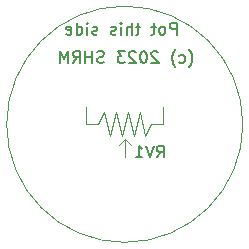
<source format=gbr>
%TF.GenerationSoftware,KiCad,Pcbnew,(6.0.8-1)-1*%
%TF.CreationDate,2024-01-05T14:00:27-06:00*%
%TF.ProjectId,Vishay 357 Pot Amplifier,56697368-6179-4203-9335-3720506f7420,rev?*%
%TF.SameCoordinates,Original*%
%TF.FileFunction,Legend,Bot*%
%TF.FilePolarity,Positive*%
%FSLAX46Y46*%
G04 Gerber Fmt 4.6, Leading zero omitted, Abs format (unit mm)*
G04 Created by KiCad (PCBNEW (6.0.8-1)-1) date 2024-01-05 14:00:27*
%MOMM*%
%LPD*%
G01*
G04 APERTURE LIST*
%ADD10C,0.155000*%
%ADD11C,0.150000*%
%ADD12C,0.120000*%
G04 APERTURE END LIST*
D10*
X148409523Y-98333333D02*
X148457142Y-98285714D01*
X148552380Y-98142857D01*
X148600000Y-98047619D01*
X148647619Y-97904761D01*
X148695238Y-97666666D01*
X148695238Y-97476190D01*
X148647619Y-97238095D01*
X148600000Y-97095238D01*
X148552380Y-97000000D01*
X148457142Y-96857142D01*
X148409523Y-96809523D01*
X147600000Y-97904761D02*
X147695238Y-97952380D01*
X147885714Y-97952380D01*
X147980952Y-97904761D01*
X148028571Y-97857142D01*
X148076190Y-97761904D01*
X148076190Y-97476190D01*
X148028571Y-97380952D01*
X147980952Y-97333333D01*
X147885714Y-97285714D01*
X147695238Y-97285714D01*
X147600000Y-97333333D01*
X147266666Y-98333333D02*
X147219047Y-98285714D01*
X147123809Y-98142857D01*
X147076190Y-98047619D01*
X147028571Y-97904761D01*
X146980952Y-97666666D01*
X146980952Y-97476190D01*
X147028571Y-97238095D01*
X147076190Y-97095238D01*
X147123809Y-97000000D01*
X147219047Y-96857142D01*
X147266666Y-96809523D01*
X145790476Y-97047619D02*
X145742857Y-97000000D01*
X145647619Y-96952380D01*
X145409523Y-96952380D01*
X145314285Y-97000000D01*
X145266666Y-97047619D01*
X145219047Y-97142857D01*
X145219047Y-97238095D01*
X145266666Y-97380952D01*
X145838095Y-97952380D01*
X145219047Y-97952380D01*
X144600000Y-96952380D02*
X144504761Y-96952380D01*
X144409523Y-97000000D01*
X144361904Y-97047619D01*
X144314285Y-97142857D01*
X144266666Y-97333333D01*
X144266666Y-97571428D01*
X144314285Y-97761904D01*
X144361904Y-97857142D01*
X144409523Y-97904761D01*
X144504761Y-97952380D01*
X144600000Y-97952380D01*
X144695238Y-97904761D01*
X144742857Y-97857142D01*
X144790476Y-97761904D01*
X144838095Y-97571428D01*
X144838095Y-97333333D01*
X144790476Y-97142857D01*
X144742857Y-97047619D01*
X144695238Y-97000000D01*
X144600000Y-96952380D01*
X143885714Y-97047619D02*
X143838095Y-97000000D01*
X143742857Y-96952380D01*
X143504761Y-96952380D01*
X143409523Y-97000000D01*
X143361904Y-97047619D01*
X143314285Y-97142857D01*
X143314285Y-97238095D01*
X143361904Y-97380952D01*
X143933333Y-97952380D01*
X143314285Y-97952380D01*
X142980952Y-96952380D02*
X142361904Y-96952380D01*
X142695238Y-97333333D01*
X142552380Y-97333333D01*
X142457142Y-97380952D01*
X142409523Y-97428571D01*
X142361904Y-97523809D01*
X142361904Y-97761904D01*
X142409523Y-97857142D01*
X142457142Y-97904761D01*
X142552380Y-97952380D01*
X142838095Y-97952380D01*
X142933333Y-97904761D01*
X142980952Y-97857142D01*
X141219047Y-97904761D02*
X141076190Y-97952380D01*
X140838095Y-97952380D01*
X140742857Y-97904761D01*
X140695238Y-97857142D01*
X140647619Y-97761904D01*
X140647619Y-97666666D01*
X140695238Y-97571428D01*
X140742857Y-97523809D01*
X140838095Y-97476190D01*
X141028571Y-97428571D01*
X141123809Y-97380952D01*
X141171428Y-97333333D01*
X141219047Y-97238095D01*
X141219047Y-97142857D01*
X141171428Y-97047619D01*
X141123809Y-97000000D01*
X141028571Y-96952380D01*
X140790476Y-96952380D01*
X140647619Y-97000000D01*
X140219047Y-97952380D02*
X140219047Y-96952380D01*
X140219047Y-97428571D02*
X139647619Y-97428571D01*
X139647619Y-97952380D02*
X139647619Y-96952380D01*
X138600000Y-97952380D02*
X138933333Y-97476190D01*
X139171428Y-97952380D02*
X139171428Y-96952380D01*
X138790476Y-96952380D01*
X138695238Y-97000000D01*
X138647619Y-97047619D01*
X138600000Y-97142857D01*
X138600000Y-97285714D01*
X138647619Y-97380952D01*
X138695238Y-97428571D01*
X138790476Y-97476190D01*
X139171428Y-97476190D01*
X138171428Y-97952380D02*
X138171428Y-96952380D01*
X137838095Y-97666666D01*
X137504761Y-96952380D01*
X137504761Y-97952380D01*
X147366666Y-95552380D02*
X147366666Y-94552380D01*
X146985714Y-94552380D01*
X146890476Y-94600000D01*
X146842857Y-94647619D01*
X146795238Y-94742857D01*
X146795238Y-94885714D01*
X146842857Y-94980952D01*
X146890476Y-95028571D01*
X146985714Y-95076190D01*
X147366666Y-95076190D01*
X146223809Y-95552380D02*
X146319047Y-95504761D01*
X146366666Y-95457142D01*
X146414285Y-95361904D01*
X146414285Y-95076190D01*
X146366666Y-94980952D01*
X146319047Y-94933333D01*
X146223809Y-94885714D01*
X146080952Y-94885714D01*
X145985714Y-94933333D01*
X145938095Y-94980952D01*
X145890476Y-95076190D01*
X145890476Y-95361904D01*
X145938095Y-95457142D01*
X145985714Y-95504761D01*
X146080952Y-95552380D01*
X146223809Y-95552380D01*
X145604761Y-94885714D02*
X145223809Y-94885714D01*
X145461904Y-94552380D02*
X145461904Y-95409523D01*
X145414285Y-95504761D01*
X145319047Y-95552380D01*
X145223809Y-95552380D01*
X144271428Y-94885714D02*
X143890476Y-94885714D01*
X144128571Y-94552380D02*
X144128571Y-95409523D01*
X144080952Y-95504761D01*
X143985714Y-95552380D01*
X143890476Y-95552380D01*
X143557142Y-95552380D02*
X143557142Y-94552380D01*
X143128571Y-95552380D02*
X143128571Y-95028571D01*
X143176190Y-94933333D01*
X143271428Y-94885714D01*
X143414285Y-94885714D01*
X143509523Y-94933333D01*
X143557142Y-94980952D01*
X142652380Y-95552380D02*
X142652380Y-94885714D01*
X142652380Y-94552380D02*
X142700000Y-94600000D01*
X142652380Y-94647619D01*
X142604761Y-94600000D01*
X142652380Y-94552380D01*
X142652380Y-94647619D01*
X142223809Y-95504761D02*
X142128571Y-95552380D01*
X141938095Y-95552380D01*
X141842857Y-95504761D01*
X141795238Y-95409523D01*
X141795238Y-95361904D01*
X141842857Y-95266666D01*
X141938095Y-95219047D01*
X142080952Y-95219047D01*
X142176190Y-95171428D01*
X142223809Y-95076190D01*
X142223809Y-95028571D01*
X142176190Y-94933333D01*
X142080952Y-94885714D01*
X141938095Y-94885714D01*
X141842857Y-94933333D01*
X140652380Y-95504761D02*
X140557142Y-95552380D01*
X140366666Y-95552380D01*
X140271428Y-95504761D01*
X140223809Y-95409523D01*
X140223809Y-95361904D01*
X140271428Y-95266666D01*
X140366666Y-95219047D01*
X140509523Y-95219047D01*
X140604761Y-95171428D01*
X140652380Y-95076190D01*
X140652380Y-95028571D01*
X140604761Y-94933333D01*
X140509523Y-94885714D01*
X140366666Y-94885714D01*
X140271428Y-94933333D01*
X139795238Y-95552380D02*
X139795238Y-94885714D01*
X139795238Y-94552380D02*
X139842857Y-94600000D01*
X139795238Y-94647619D01*
X139747619Y-94600000D01*
X139795238Y-94552380D01*
X139795238Y-94647619D01*
X138890476Y-95552380D02*
X138890476Y-94552380D01*
X138890476Y-95504761D02*
X138985714Y-95552380D01*
X139176190Y-95552380D01*
X139271428Y-95504761D01*
X139319047Y-95457142D01*
X139366666Y-95361904D01*
X139366666Y-95076190D01*
X139319047Y-94980952D01*
X139271428Y-94933333D01*
X139176190Y-94885714D01*
X138985714Y-94885714D01*
X138890476Y-94933333D01*
X138033333Y-95504761D02*
X138128571Y-95552380D01*
X138319047Y-95552380D01*
X138414285Y-95504761D01*
X138461904Y-95409523D01*
X138461904Y-95028571D01*
X138414285Y-94933333D01*
X138319047Y-94885714D01*
X138128571Y-94885714D01*
X138033333Y-94933333D01*
X137985714Y-95028571D01*
X137985714Y-95123809D01*
X138461904Y-95219047D01*
D11*
%TO.C,RV1*%
X145695238Y-105952380D02*
X146028571Y-105476190D01*
X146266666Y-105952380D02*
X146266666Y-104952380D01*
X145885714Y-104952380D01*
X145790476Y-105000000D01*
X145742857Y-105047619D01*
X145695238Y-105142857D01*
X145695238Y-105285714D01*
X145742857Y-105380952D01*
X145790476Y-105428571D01*
X145885714Y-105476190D01*
X146266666Y-105476190D01*
X145409523Y-104952380D02*
X145076190Y-105952380D01*
X144742857Y-104952380D01*
X143885714Y-105952380D02*
X144457142Y-105952380D01*
X144171428Y-105952380D02*
X144171428Y-104952380D01*
X144266666Y-105095238D01*
X144361904Y-105190476D01*
X144457142Y-105238095D01*
D12*
X144226600Y-102149400D02*
X143726600Y-104149400D01*
X143726600Y-104149400D02*
X143226600Y-102149400D01*
X142976600Y-104399400D02*
X142476600Y-104899400D01*
X140726600Y-103149400D02*
X139726600Y-103149400D01*
X142976600Y-104399400D02*
X142976600Y-105899400D01*
X142726600Y-104149400D02*
X142226600Y-102149400D01*
X146226600Y-101649400D02*
X146226600Y-103149400D01*
X145226600Y-103149400D02*
X144726600Y-104149400D01*
X139726600Y-103149400D02*
X139726600Y-101649400D01*
X141226600Y-102149400D02*
X140726600Y-103149400D01*
X143226600Y-102149400D02*
X142726600Y-104149400D01*
X143476600Y-104899400D02*
X142976600Y-104399400D01*
X144726600Y-104149400D02*
X144226600Y-102149400D01*
X142226600Y-102149400D02*
X141726600Y-104149400D01*
X141726600Y-104149400D02*
X141226600Y-102149400D01*
X146226600Y-103149400D02*
X145226600Y-103149400D01*
X152976600Y-103149400D02*
G75*
G03*
X152976600Y-103149400I-10000000J0D01*
G01*
%TD*%
M02*

</source>
